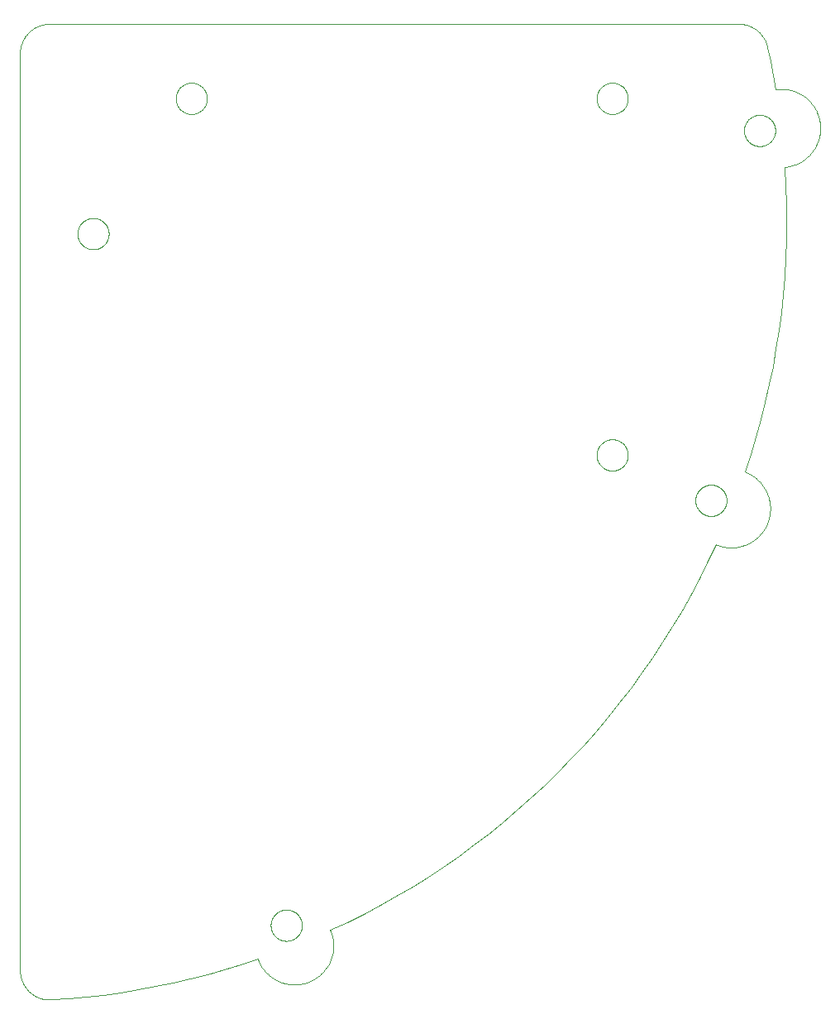
<source format=gbr>
G04 EAGLE Gerber RS-274X export*
G75*
%MOMM*%
%FSLAX34Y34*%
%LPD*%
%IN*%
%IPPOS*%
%AMOC8*
5,1,8,0,0,1.08239X$1,22.5*%
G01*
%ADD10C,0.001000*%
%ADD11C,0.000000*%


D10*
X773793Y929524D02*
X771197Y944090D01*
X768332Y958605D01*
X765199Y973065D01*
X765200Y973065D02*
X765029Y973781D01*
X764840Y974491D01*
X764634Y975197D01*
X764411Y975898D01*
X764170Y976593D01*
X763913Y977282D01*
X763639Y977964D01*
X763348Y978640D01*
X763041Y979308D01*
X762718Y979968D01*
X762378Y980620D01*
X762023Y981264D01*
X761652Y981899D01*
X761265Y982524D01*
X760863Y983140D01*
X760446Y983746D01*
X760015Y984342D01*
X759569Y984926D01*
X759109Y985500D01*
X758635Y986062D01*
X758147Y986612D01*
X757646Y987151D01*
X757132Y987676D01*
X756605Y988189D01*
X756066Y988689D01*
X755515Y989176D01*
X754951Y989649D01*
X754377Y990108D01*
X753791Y990553D01*
X753195Y990983D01*
X752588Y991399D01*
X751972Y991799D01*
X751345Y992184D01*
X750710Y992554D01*
X750065Y992908D01*
X749412Y993247D01*
X748751Y993569D01*
X748083Y993875D01*
X747407Y994164D01*
X746724Y994437D01*
X746034Y994693D01*
X745339Y994932D01*
X744638Y995153D01*
X743931Y995358D01*
X743220Y995545D01*
X742505Y995715D01*
X741785Y995867D01*
X741062Y996001D01*
X740336Y996118D01*
X739608Y996217D01*
X738877Y996298D01*
X738144Y996361D01*
X737410Y996406D01*
X736675Y996433D01*
X735940Y996442D01*
X773794Y929524D02*
X774760Y929650D01*
X775729Y929753D01*
X776701Y929832D01*
X777674Y929887D01*
X778648Y929919D01*
X779622Y929927D01*
X780597Y929911D01*
X781570Y929871D01*
X782543Y929808D01*
X783513Y929721D01*
X784482Y929611D01*
X785447Y929476D01*
X786408Y929319D01*
X787366Y929138D01*
X788319Y928934D01*
X789267Y928706D01*
X790208Y928456D01*
X791144Y928183D01*
X792072Y927887D01*
X792993Y927568D01*
X793906Y927227D01*
X794811Y926864D01*
X795706Y926479D01*
X796591Y926073D01*
X797467Y925645D01*
X798332Y925195D01*
X799185Y924725D01*
X800027Y924234D01*
X800857Y923723D01*
X801674Y923192D01*
X802477Y922641D01*
X803268Y922070D01*
X804044Y921481D01*
X804805Y920873D01*
X805551Y920246D01*
X806282Y919601D01*
X806997Y918939D01*
X807696Y918260D01*
X808377Y917564D01*
X809042Y916851D01*
X809689Y916122D01*
X810318Y915378D01*
X810929Y914619D01*
X811521Y913845D01*
X812095Y913057D01*
X812648Y912255D01*
X813182Y911440D01*
X813697Y910612D01*
X814190Y909772D01*
X814663Y908920D01*
X815116Y908056D01*
X815547Y907182D01*
X815956Y906298D01*
X816344Y905404D01*
X816710Y904501D01*
X817054Y903589D01*
X817376Y902669D01*
X817675Y901742D01*
X817952Y900808D01*
X818205Y899867D01*
X818436Y898920D01*
X818644Y897968D01*
X818828Y897011D01*
X818989Y896050D01*
X819126Y895085D01*
X819240Y894117D01*
X819330Y893147D01*
X819397Y892174D01*
X819440Y891201D01*
X819459Y890227D01*
X819454Y889252D01*
X819426Y888278D01*
X819374Y887305D01*
X819298Y886333D01*
X819199Y885364D01*
X819076Y884397D01*
X818929Y883434D01*
X818760Y882474D01*
X818566Y881519D01*
X818350Y880569D01*
X818110Y879624D01*
X817848Y878686D01*
X817563Y877754D01*
X817255Y876829D01*
X816925Y875912D01*
X816572Y875004D01*
X816197Y874104D01*
X815801Y873214D01*
X815383Y872334D01*
X814944Y871464D01*
X814484Y870605D01*
X814002Y869757D01*
X813501Y868922D01*
X812979Y868099D01*
X812437Y867289D01*
X811876Y866492D01*
X811296Y865709D01*
X810696Y864941D01*
X810078Y864187D01*
X809442Y863449D01*
X808788Y862727D01*
X808117Y862020D01*
X807429Y861330D01*
X806724Y860658D01*
X806002Y860002D01*
X805266Y859364D01*
X804513Y858745D01*
X803746Y858144D01*
X802965Y857562D01*
X802169Y856999D01*
X801361Y856455D01*
X800539Y855932D01*
X799704Y855428D01*
X798858Y854945D01*
X798000Y854483D01*
X797131Y854042D01*
X796251Y853622D01*
X795362Y853224D01*
X794463Y852847D01*
X793555Y852493D01*
X792639Y852161D01*
X791715Y851851D01*
X790784Y851563D01*
X789846Y851299D01*
X788902Y851057D01*
X787952Y850839D01*
X786998Y850644D01*
X786038Y850472D01*
X785075Y850323D01*
X784109Y850198D01*
X783140Y850097D01*
X783139Y850097D02*
X784172Y831489D01*
X784771Y812862D01*
X784937Y794226D01*
X784668Y775592D01*
X783966Y756968D01*
X782829Y738366D01*
X781260Y719796D01*
X779258Y701267D01*
X776826Y682790D01*
X773963Y664374D01*
X770673Y646030D01*
X766956Y627768D01*
X762815Y609597D01*
X758251Y591528D01*
X753268Y573570D01*
X747868Y555733D01*
X742054Y538026D01*
X742964Y537677D01*
X743865Y537306D01*
X744757Y536913D01*
X745639Y536499D01*
X746511Y536063D01*
X747372Y535606D01*
X748221Y535129D01*
X749059Y534630D01*
X749884Y534112D01*
X750696Y533574D01*
X751495Y533015D01*
X752280Y532438D01*
X753051Y531842D01*
X753807Y531227D01*
X754548Y530594D01*
X755273Y529943D01*
X755982Y529274D01*
X756674Y528589D01*
X757350Y527887D01*
X758008Y527168D01*
X758649Y526434D01*
X759272Y525684D01*
X759876Y524919D01*
X760461Y524140D01*
X761027Y523347D01*
X761574Y522540D01*
X762101Y521721D01*
X762608Y520888D01*
X763094Y520044D01*
X763560Y519188D01*
X764004Y518321D01*
X764428Y517443D01*
X764830Y516555D01*
X765210Y515658D01*
X765568Y514751D01*
X765904Y513837D01*
X766218Y512914D01*
X766509Y511984D01*
X766777Y511047D01*
X767022Y510104D01*
X767244Y509155D01*
X767444Y508201D01*
X767619Y507243D01*
X767772Y506280D01*
X767901Y505314D01*
X768006Y504345D01*
X768088Y503374D01*
X768146Y502402D01*
X768180Y501428D01*
X768191Y500453D01*
X768178Y499479D01*
X768141Y498505D01*
X768080Y497532D01*
X767996Y496562D01*
X767888Y495593D01*
X767757Y494627D01*
X767602Y493665D01*
X767424Y492707D01*
X767222Y491754D01*
X766997Y490806D01*
X766749Y489863D01*
X766479Y488927D01*
X766185Y487998D01*
X765869Y487076D01*
X765531Y486162D01*
X765171Y485257D01*
X764788Y484360D01*
X764384Y483473D01*
X763958Y482597D01*
X763511Y481731D01*
X763044Y480876D01*
X762555Y480033D01*
X762046Y479202D01*
X761517Y478383D01*
X760968Y477578D01*
X760400Y476786D01*
X759813Y476009D01*
X759207Y475246D01*
X758582Y474498D01*
X757939Y473765D01*
X757279Y473048D01*
X756602Y472348D01*
X755907Y471664D01*
X755196Y470997D01*
X754470Y470348D01*
X753727Y469717D01*
X752970Y469104D01*
X752197Y468510D01*
X751411Y467934D01*
X750610Y467378D01*
X749797Y466842D01*
X748970Y466326D01*
X748131Y465830D01*
X747281Y465354D01*
X746419Y464900D01*
X745546Y464466D01*
X744663Y464054D01*
X743770Y463664D01*
X742868Y463295D01*
X741957Y462948D01*
X741038Y462624D01*
X740111Y462323D01*
X739178Y462043D01*
X738238Y461787D01*
X737291Y461554D01*
X736340Y461344D01*
X735383Y461157D01*
X734423Y460993D01*
X733458Y460853D01*
X732491Y460737D01*
X731521Y460644D01*
X730549Y460575D01*
X729575Y460529D01*
X728601Y460507D01*
X727626Y460509D01*
X726652Y460535D01*
X725679Y460584D01*
X724707Y460657D01*
X723738Y460754D01*
X722771Y460874D01*
X721807Y461018D01*
X720847Y461185D01*
X719891Y461376D01*
X718940Y461589D01*
X717995Y461826D01*
X717056Y462086D01*
X716123Y462369D01*
X715198Y462674D01*
X714280Y463002D01*
X713370Y463352D01*
X712470Y463724D01*
X712469Y463724D02*
X704358Y446530D01*
X695840Y429534D01*
X686921Y412745D01*
X677605Y396173D01*
X667898Y379826D01*
X657805Y363715D01*
X647333Y347849D01*
X636486Y332235D01*
X625271Y316884D01*
X613695Y301804D01*
X601764Y287003D01*
X589484Y272489D01*
X576863Y258272D01*
X563908Y244358D01*
X550625Y230757D01*
X537024Y217474D01*
X523110Y204519D01*
X508893Y191898D01*
X494379Y179618D01*
X479578Y167687D01*
X464498Y156111D01*
X449147Y144896D01*
X433533Y134049D01*
X417667Y123577D01*
X401556Y113484D01*
X385209Y103777D01*
X368637Y94461D01*
X351848Y85542D01*
X334852Y77024D01*
X317658Y68913D01*
X317658Y68912D02*
X318030Y68012D01*
X318380Y67102D01*
X318708Y66184D01*
X319013Y65259D01*
X319296Y64326D01*
X319556Y63387D01*
X319793Y62442D01*
X320006Y61491D01*
X320197Y60535D01*
X320364Y59575D01*
X320508Y58611D01*
X320628Y57644D01*
X320725Y56675D01*
X320798Y55703D01*
X320847Y54730D01*
X320873Y53755D01*
X320875Y52781D01*
X320853Y51807D01*
X320807Y50833D01*
X320738Y49861D01*
X320645Y48891D01*
X320529Y47924D01*
X320389Y46959D01*
X320225Y45999D01*
X320038Y45042D01*
X319828Y44091D01*
X319595Y43144D01*
X319339Y42204D01*
X319059Y41270D01*
X318758Y40344D01*
X318434Y39425D01*
X318087Y38514D01*
X317718Y37612D01*
X317328Y36719D01*
X316916Y35836D01*
X316482Y34963D01*
X316028Y34101D01*
X315552Y33251D01*
X315056Y32412D01*
X314540Y31585D01*
X314004Y30772D01*
X313448Y29971D01*
X312872Y29185D01*
X312278Y28412D01*
X311665Y27655D01*
X311034Y26912D01*
X310385Y26185D01*
X309718Y25475D01*
X309034Y24780D01*
X308334Y24103D01*
X307617Y23443D01*
X306884Y22800D01*
X306136Y22175D01*
X305373Y21569D01*
X304596Y20982D01*
X303804Y20414D01*
X302999Y19865D01*
X302180Y19336D01*
X301349Y18827D01*
X300506Y18338D01*
X299651Y17871D01*
X298785Y17424D01*
X297908Y16998D01*
X297022Y16594D01*
X296125Y16211D01*
X295220Y15851D01*
X294306Y15513D01*
X293384Y15197D01*
X292455Y14903D01*
X291519Y14633D01*
X290576Y14385D01*
X289628Y14160D01*
X288675Y13958D01*
X287717Y13780D01*
X286755Y13625D01*
X285789Y13494D01*
X284820Y13386D01*
X283850Y13302D01*
X282877Y13241D01*
X281903Y13204D01*
X280929Y13191D01*
X279954Y13202D01*
X278980Y13236D01*
X278008Y13294D01*
X277036Y13376D01*
X276068Y13481D01*
X275102Y13610D01*
X274139Y13763D01*
X273181Y13938D01*
X272227Y14138D01*
X271278Y14360D01*
X270335Y14605D01*
X269398Y14873D01*
X268468Y15164D01*
X267545Y15478D01*
X266630Y15814D01*
X265724Y16172D01*
X264827Y16552D01*
X263939Y16954D01*
X263061Y17378D01*
X262194Y17822D01*
X261338Y18288D01*
X260494Y18774D01*
X259661Y19281D01*
X258841Y19808D01*
X258035Y20355D01*
X257242Y20921D01*
X256462Y21506D01*
X255698Y22110D01*
X254948Y22733D01*
X254214Y23374D01*
X253495Y24032D01*
X252793Y24708D01*
X252108Y25400D01*
X251439Y26109D01*
X250788Y26835D01*
X250155Y27575D01*
X249540Y28331D01*
X248944Y29102D01*
X248366Y29887D01*
X247808Y30686D01*
X247270Y31498D01*
X246752Y32323D01*
X246253Y33161D01*
X245776Y34010D01*
X245319Y34871D01*
X244883Y35743D01*
X244469Y36625D01*
X244076Y37517D01*
X243705Y38418D01*
X243356Y39328D01*
X226229Y33697D01*
X208979Y28453D01*
X191615Y23600D01*
X174147Y19138D01*
X156582Y15072D01*
X138930Y11403D01*
X121200Y8132D01*
X103401Y5261D01*
X85542Y2793D01*
X67631Y727D01*
X49679Y-934D01*
X31693Y-2191D01*
X30964Y-2225D01*
X30235Y-2241D01*
X29506Y-2239D01*
X28776Y-2219D01*
X28048Y-2182D01*
X27320Y-2127D01*
X26595Y-2055D01*
X25871Y-1965D01*
X25149Y-1857D01*
X24430Y-1732D01*
X23715Y-1589D01*
X23003Y-1429D01*
X22296Y-1252D01*
X21593Y-1057D01*
X20894Y-846D01*
X20202Y-617D01*
X19514Y-372D01*
X18834Y-110D01*
X18159Y168D01*
X17492Y463D01*
X16832Y773D01*
X16180Y1100D01*
X15535Y1442D01*
X14900Y1800D01*
X14273Y2174D01*
X13656Y2562D01*
X13048Y2966D01*
X12450Y3384D01*
X11863Y3816D01*
X11286Y4263D01*
X10720Y4723D01*
X10166Y5198D01*
X9623Y5685D01*
X9092Y6186D01*
X8574Y6699D01*
X8068Y7225D01*
X7575Y7763D01*
X7096Y8312D01*
X6630Y8873D01*
X6177Y9446D01*
X5739Y10029D01*
X5315Y10623D01*
X4906Y11227D01*
X4511Y11840D01*
X4132Y12463D01*
X3767Y13095D01*
X3419Y13736D01*
X3086Y14385D01*
X2768Y15042D01*
X2467Y15706D01*
X2182Y16378D01*
X1914Y17056D01*
X1662Y17741D01*
X1427Y18431D01*
X1208Y19127D01*
X1007Y19829D01*
X823Y20534D01*
X656Y21245D01*
X506Y21959D01*
X374Y22676D01*
X259Y23396D01*
X161Y24119D01*
X82Y24845D01*
X20Y25571D01*
X-25Y26300D01*
X-51Y27029D01*
X-60Y27758D01*
X-60Y966442D01*
X-59Y966442D02*
X-50Y967167D01*
X-24Y967891D01*
X20Y968615D01*
X81Y969337D01*
X160Y970058D01*
X256Y970777D01*
X369Y971493D01*
X500Y972206D01*
X648Y972916D01*
X813Y973621D01*
X995Y974323D01*
X1194Y975020D01*
X1409Y975713D01*
X1642Y976399D01*
X1891Y977080D01*
X2156Y977755D01*
X2437Y978423D01*
X2735Y979084D01*
X3048Y979738D01*
X3377Y980384D01*
X3722Y981022D01*
X4082Y981651D01*
X4457Y982271D01*
X4847Y982882D01*
X5251Y983484D01*
X5670Y984076D01*
X6104Y984657D01*
X6551Y985228D01*
X7012Y985787D01*
X7486Y986336D01*
X7973Y986872D01*
X8473Y987397D01*
X8986Y987910D01*
X9511Y988410D01*
X10047Y988897D01*
X10596Y989371D01*
X11155Y989832D01*
X11726Y990279D01*
X12307Y990713D01*
X12899Y991132D01*
X13501Y991536D01*
X14112Y991926D01*
X14732Y992301D01*
X15361Y992661D01*
X15999Y993006D01*
X16645Y993335D01*
X17299Y993648D01*
X17960Y993946D01*
X18628Y994227D01*
X19303Y994492D01*
X19984Y994741D01*
X20670Y994974D01*
X21363Y995189D01*
X22060Y995388D01*
X22762Y995570D01*
X23467Y995735D01*
X24177Y995883D01*
X24890Y996014D01*
X25606Y996127D01*
X26325Y996223D01*
X27046Y996302D01*
X27768Y996363D01*
X28492Y996407D01*
X29216Y996433D01*
X29941Y996442D01*
X735940Y996442D01*
D11*
X58830Y781711D02*
X58835Y782104D01*
X58849Y782496D01*
X58873Y782888D01*
X58907Y783279D01*
X58950Y783670D01*
X59003Y784059D01*
X59066Y784446D01*
X59137Y784832D01*
X59219Y785217D01*
X59309Y785599D01*
X59410Y785978D01*
X59519Y786356D01*
X59638Y786730D01*
X59765Y787101D01*
X59902Y787469D01*
X60048Y787834D01*
X60203Y788195D01*
X60366Y788552D01*
X60538Y788905D01*
X60719Y789253D01*
X60909Y789597D01*
X61106Y789937D01*
X61312Y790271D01*
X61526Y790600D01*
X61749Y790924D01*
X61979Y791242D01*
X62216Y791555D01*
X62462Y791861D01*
X62715Y792162D01*
X62975Y792456D01*
X63242Y792744D01*
X63516Y793025D01*
X63797Y793299D01*
X64085Y793566D01*
X64379Y793826D01*
X64680Y794079D01*
X64986Y794325D01*
X65299Y794562D01*
X65617Y794792D01*
X65941Y795015D01*
X66270Y795229D01*
X66604Y795435D01*
X66944Y795632D01*
X67288Y795822D01*
X67636Y796003D01*
X67989Y796175D01*
X68346Y796338D01*
X68707Y796493D01*
X69072Y796639D01*
X69440Y796776D01*
X69811Y796903D01*
X70185Y797022D01*
X70563Y797131D01*
X70942Y797232D01*
X71324Y797322D01*
X71709Y797404D01*
X72095Y797475D01*
X72482Y797538D01*
X72871Y797591D01*
X73262Y797634D01*
X73653Y797668D01*
X74045Y797692D01*
X74437Y797706D01*
X74830Y797711D01*
X75223Y797706D01*
X75615Y797692D01*
X76007Y797668D01*
X76398Y797634D01*
X76789Y797591D01*
X77178Y797538D01*
X77565Y797475D01*
X77951Y797404D01*
X78336Y797322D01*
X78718Y797232D01*
X79097Y797131D01*
X79475Y797022D01*
X79849Y796903D01*
X80220Y796776D01*
X80588Y796639D01*
X80953Y796493D01*
X81314Y796338D01*
X81671Y796175D01*
X82024Y796003D01*
X82372Y795822D01*
X82716Y795632D01*
X83056Y795435D01*
X83390Y795229D01*
X83719Y795015D01*
X84043Y794792D01*
X84361Y794562D01*
X84674Y794325D01*
X84980Y794079D01*
X85281Y793826D01*
X85575Y793566D01*
X85863Y793299D01*
X86144Y793025D01*
X86418Y792744D01*
X86685Y792456D01*
X86945Y792162D01*
X87198Y791861D01*
X87444Y791555D01*
X87681Y791242D01*
X87911Y790924D01*
X88134Y790600D01*
X88348Y790271D01*
X88554Y789937D01*
X88751Y789597D01*
X88941Y789253D01*
X89122Y788905D01*
X89294Y788552D01*
X89457Y788195D01*
X89612Y787834D01*
X89758Y787469D01*
X89895Y787101D01*
X90022Y786730D01*
X90141Y786356D01*
X90250Y785978D01*
X90351Y785599D01*
X90441Y785217D01*
X90523Y784832D01*
X90594Y784446D01*
X90657Y784059D01*
X90710Y783670D01*
X90753Y783279D01*
X90787Y782888D01*
X90811Y782496D01*
X90825Y782104D01*
X90830Y781711D01*
X90825Y781318D01*
X90811Y780926D01*
X90787Y780534D01*
X90753Y780143D01*
X90710Y779752D01*
X90657Y779363D01*
X90594Y778976D01*
X90523Y778590D01*
X90441Y778205D01*
X90351Y777823D01*
X90250Y777444D01*
X90141Y777066D01*
X90022Y776692D01*
X89895Y776321D01*
X89758Y775953D01*
X89612Y775588D01*
X89457Y775227D01*
X89294Y774870D01*
X89122Y774517D01*
X88941Y774169D01*
X88751Y773825D01*
X88554Y773485D01*
X88348Y773151D01*
X88134Y772822D01*
X87911Y772498D01*
X87681Y772180D01*
X87444Y771867D01*
X87198Y771561D01*
X86945Y771260D01*
X86685Y770966D01*
X86418Y770678D01*
X86144Y770397D01*
X85863Y770123D01*
X85575Y769856D01*
X85281Y769596D01*
X84980Y769343D01*
X84674Y769097D01*
X84361Y768860D01*
X84043Y768630D01*
X83719Y768407D01*
X83390Y768193D01*
X83056Y767987D01*
X82716Y767790D01*
X82372Y767600D01*
X82024Y767419D01*
X81671Y767247D01*
X81314Y767084D01*
X80953Y766929D01*
X80588Y766783D01*
X80220Y766646D01*
X79849Y766519D01*
X79475Y766400D01*
X79097Y766291D01*
X78718Y766190D01*
X78336Y766100D01*
X77951Y766018D01*
X77565Y765947D01*
X77178Y765884D01*
X76789Y765831D01*
X76398Y765788D01*
X76007Y765754D01*
X75615Y765730D01*
X75223Y765716D01*
X74830Y765711D01*
X74437Y765716D01*
X74045Y765730D01*
X73653Y765754D01*
X73262Y765788D01*
X72871Y765831D01*
X72482Y765884D01*
X72095Y765947D01*
X71709Y766018D01*
X71324Y766100D01*
X70942Y766190D01*
X70563Y766291D01*
X70185Y766400D01*
X69811Y766519D01*
X69440Y766646D01*
X69072Y766783D01*
X68707Y766929D01*
X68346Y767084D01*
X67989Y767247D01*
X67636Y767419D01*
X67288Y767600D01*
X66944Y767790D01*
X66604Y767987D01*
X66270Y768193D01*
X65941Y768407D01*
X65617Y768630D01*
X65299Y768860D01*
X64986Y769097D01*
X64680Y769343D01*
X64379Y769596D01*
X64085Y769856D01*
X63797Y770123D01*
X63516Y770397D01*
X63242Y770678D01*
X62975Y770966D01*
X62715Y771260D01*
X62462Y771561D01*
X62216Y771867D01*
X61979Y772180D01*
X61749Y772498D01*
X61526Y772822D01*
X61312Y773151D01*
X61106Y773485D01*
X60909Y773825D01*
X60719Y774169D01*
X60538Y774517D01*
X60366Y774870D01*
X60203Y775227D01*
X60048Y775588D01*
X59902Y775953D01*
X59765Y776321D01*
X59638Y776692D01*
X59519Y777066D01*
X59410Y777444D01*
X59309Y777823D01*
X59219Y778205D01*
X59137Y778590D01*
X59066Y778976D01*
X59003Y779363D01*
X58950Y779752D01*
X58907Y780143D01*
X58873Y780534D01*
X58849Y780926D01*
X58835Y781318D01*
X58830Y781711D01*
X590440Y920192D02*
X590445Y920585D01*
X590459Y920977D01*
X590483Y921369D01*
X590517Y921760D01*
X590560Y922151D01*
X590613Y922540D01*
X590676Y922927D01*
X590747Y923313D01*
X590829Y923698D01*
X590919Y924080D01*
X591020Y924459D01*
X591129Y924837D01*
X591248Y925211D01*
X591375Y925582D01*
X591512Y925950D01*
X591658Y926315D01*
X591813Y926676D01*
X591976Y927033D01*
X592148Y927386D01*
X592329Y927734D01*
X592519Y928078D01*
X592716Y928418D01*
X592922Y928752D01*
X593136Y929081D01*
X593359Y929405D01*
X593589Y929723D01*
X593826Y930036D01*
X594072Y930342D01*
X594325Y930643D01*
X594585Y930937D01*
X594852Y931225D01*
X595126Y931506D01*
X595407Y931780D01*
X595695Y932047D01*
X595989Y932307D01*
X596290Y932560D01*
X596596Y932806D01*
X596909Y933043D01*
X597227Y933273D01*
X597551Y933496D01*
X597880Y933710D01*
X598214Y933916D01*
X598554Y934113D01*
X598898Y934303D01*
X599246Y934484D01*
X599599Y934656D01*
X599956Y934819D01*
X600317Y934974D01*
X600682Y935120D01*
X601050Y935257D01*
X601421Y935384D01*
X601795Y935503D01*
X602173Y935612D01*
X602552Y935713D01*
X602934Y935803D01*
X603319Y935885D01*
X603705Y935956D01*
X604092Y936019D01*
X604481Y936072D01*
X604872Y936115D01*
X605263Y936149D01*
X605655Y936173D01*
X606047Y936187D01*
X606440Y936192D01*
X606833Y936187D01*
X607225Y936173D01*
X607617Y936149D01*
X608008Y936115D01*
X608399Y936072D01*
X608788Y936019D01*
X609175Y935956D01*
X609561Y935885D01*
X609946Y935803D01*
X610328Y935713D01*
X610707Y935612D01*
X611085Y935503D01*
X611459Y935384D01*
X611830Y935257D01*
X612198Y935120D01*
X612563Y934974D01*
X612924Y934819D01*
X613281Y934656D01*
X613634Y934484D01*
X613982Y934303D01*
X614326Y934113D01*
X614666Y933916D01*
X615000Y933710D01*
X615329Y933496D01*
X615653Y933273D01*
X615971Y933043D01*
X616284Y932806D01*
X616590Y932560D01*
X616891Y932307D01*
X617185Y932047D01*
X617473Y931780D01*
X617754Y931506D01*
X618028Y931225D01*
X618295Y930937D01*
X618555Y930643D01*
X618808Y930342D01*
X619054Y930036D01*
X619291Y929723D01*
X619521Y929405D01*
X619744Y929081D01*
X619958Y928752D01*
X620164Y928418D01*
X620361Y928078D01*
X620551Y927734D01*
X620732Y927386D01*
X620904Y927033D01*
X621067Y926676D01*
X621222Y926315D01*
X621368Y925950D01*
X621505Y925582D01*
X621632Y925211D01*
X621751Y924837D01*
X621860Y924459D01*
X621961Y924080D01*
X622051Y923698D01*
X622133Y923313D01*
X622204Y922927D01*
X622267Y922540D01*
X622320Y922151D01*
X622363Y921760D01*
X622397Y921369D01*
X622421Y920977D01*
X622435Y920585D01*
X622440Y920192D01*
X622435Y919799D01*
X622421Y919407D01*
X622397Y919015D01*
X622363Y918624D01*
X622320Y918233D01*
X622267Y917844D01*
X622204Y917457D01*
X622133Y917071D01*
X622051Y916686D01*
X621961Y916304D01*
X621860Y915925D01*
X621751Y915547D01*
X621632Y915173D01*
X621505Y914802D01*
X621368Y914434D01*
X621222Y914069D01*
X621067Y913708D01*
X620904Y913351D01*
X620732Y912998D01*
X620551Y912650D01*
X620361Y912306D01*
X620164Y911966D01*
X619958Y911632D01*
X619744Y911303D01*
X619521Y910979D01*
X619291Y910661D01*
X619054Y910348D01*
X618808Y910042D01*
X618555Y909741D01*
X618295Y909447D01*
X618028Y909159D01*
X617754Y908878D01*
X617473Y908604D01*
X617185Y908337D01*
X616891Y908077D01*
X616590Y907824D01*
X616284Y907578D01*
X615971Y907341D01*
X615653Y907111D01*
X615329Y906888D01*
X615000Y906674D01*
X614666Y906468D01*
X614326Y906271D01*
X613982Y906081D01*
X613634Y905900D01*
X613281Y905728D01*
X612924Y905565D01*
X612563Y905410D01*
X612198Y905264D01*
X611830Y905127D01*
X611459Y905000D01*
X611085Y904881D01*
X610707Y904772D01*
X610328Y904671D01*
X609946Y904581D01*
X609561Y904499D01*
X609175Y904428D01*
X608788Y904365D01*
X608399Y904312D01*
X608008Y904269D01*
X607617Y904235D01*
X607225Y904211D01*
X606833Y904197D01*
X606440Y904192D01*
X606047Y904197D01*
X605655Y904211D01*
X605263Y904235D01*
X604872Y904269D01*
X604481Y904312D01*
X604092Y904365D01*
X603705Y904428D01*
X603319Y904499D01*
X602934Y904581D01*
X602552Y904671D01*
X602173Y904772D01*
X601795Y904881D01*
X601421Y905000D01*
X601050Y905127D01*
X600682Y905264D01*
X600317Y905410D01*
X599956Y905565D01*
X599599Y905728D01*
X599246Y905900D01*
X598898Y906081D01*
X598554Y906271D01*
X598214Y906468D01*
X597880Y906674D01*
X597551Y906888D01*
X597227Y907111D01*
X596909Y907341D01*
X596596Y907578D01*
X596290Y907824D01*
X595989Y908077D01*
X595695Y908337D01*
X595407Y908604D01*
X595126Y908878D01*
X594852Y909159D01*
X594585Y909447D01*
X594325Y909741D01*
X594072Y910042D01*
X593826Y910348D01*
X593589Y910661D01*
X593359Y910979D01*
X593136Y911303D01*
X592922Y911632D01*
X592716Y911966D01*
X592519Y912306D01*
X592329Y912650D01*
X592148Y912998D01*
X591976Y913351D01*
X591813Y913708D01*
X591658Y914069D01*
X591512Y914434D01*
X591375Y914802D01*
X591248Y915173D01*
X591129Y915547D01*
X591020Y915925D01*
X590919Y916304D01*
X590829Y916686D01*
X590747Y917071D01*
X590676Y917457D01*
X590613Y917844D01*
X590560Y918233D01*
X590517Y918624D01*
X590483Y919015D01*
X590459Y919407D01*
X590445Y919799D01*
X590440Y920192D01*
X691535Y508730D02*
X691540Y509123D01*
X691554Y509515D01*
X691578Y509907D01*
X691612Y510298D01*
X691655Y510689D01*
X691708Y511078D01*
X691771Y511465D01*
X691842Y511851D01*
X691924Y512236D01*
X692014Y512618D01*
X692115Y512997D01*
X692224Y513375D01*
X692343Y513749D01*
X692470Y514120D01*
X692607Y514488D01*
X692753Y514853D01*
X692908Y515214D01*
X693071Y515571D01*
X693243Y515924D01*
X693424Y516272D01*
X693614Y516616D01*
X693811Y516956D01*
X694017Y517290D01*
X694231Y517619D01*
X694454Y517943D01*
X694684Y518261D01*
X694921Y518574D01*
X695167Y518880D01*
X695420Y519181D01*
X695680Y519475D01*
X695947Y519763D01*
X696221Y520044D01*
X696502Y520318D01*
X696790Y520585D01*
X697084Y520845D01*
X697385Y521098D01*
X697691Y521344D01*
X698004Y521581D01*
X698322Y521811D01*
X698646Y522034D01*
X698975Y522248D01*
X699309Y522454D01*
X699649Y522651D01*
X699993Y522841D01*
X700341Y523022D01*
X700694Y523194D01*
X701051Y523357D01*
X701412Y523512D01*
X701777Y523658D01*
X702145Y523795D01*
X702516Y523922D01*
X702890Y524041D01*
X703268Y524150D01*
X703647Y524251D01*
X704029Y524341D01*
X704414Y524423D01*
X704800Y524494D01*
X705187Y524557D01*
X705576Y524610D01*
X705967Y524653D01*
X706358Y524687D01*
X706750Y524711D01*
X707142Y524725D01*
X707535Y524730D01*
X707928Y524725D01*
X708320Y524711D01*
X708712Y524687D01*
X709103Y524653D01*
X709494Y524610D01*
X709883Y524557D01*
X710270Y524494D01*
X710656Y524423D01*
X711041Y524341D01*
X711423Y524251D01*
X711802Y524150D01*
X712180Y524041D01*
X712554Y523922D01*
X712925Y523795D01*
X713293Y523658D01*
X713658Y523512D01*
X714019Y523357D01*
X714376Y523194D01*
X714729Y523022D01*
X715077Y522841D01*
X715421Y522651D01*
X715761Y522454D01*
X716095Y522248D01*
X716424Y522034D01*
X716748Y521811D01*
X717066Y521581D01*
X717379Y521344D01*
X717685Y521098D01*
X717986Y520845D01*
X718280Y520585D01*
X718568Y520318D01*
X718849Y520044D01*
X719123Y519763D01*
X719390Y519475D01*
X719650Y519181D01*
X719903Y518880D01*
X720149Y518574D01*
X720386Y518261D01*
X720616Y517943D01*
X720839Y517619D01*
X721053Y517290D01*
X721259Y516956D01*
X721456Y516616D01*
X721646Y516272D01*
X721827Y515924D01*
X721999Y515571D01*
X722162Y515214D01*
X722317Y514853D01*
X722463Y514488D01*
X722600Y514120D01*
X722727Y513749D01*
X722846Y513375D01*
X722955Y512997D01*
X723056Y512618D01*
X723146Y512236D01*
X723228Y511851D01*
X723299Y511465D01*
X723362Y511078D01*
X723415Y510689D01*
X723458Y510298D01*
X723492Y509907D01*
X723516Y509515D01*
X723530Y509123D01*
X723535Y508730D01*
X723530Y508337D01*
X723516Y507945D01*
X723492Y507553D01*
X723458Y507162D01*
X723415Y506771D01*
X723362Y506382D01*
X723299Y505995D01*
X723228Y505609D01*
X723146Y505224D01*
X723056Y504842D01*
X722955Y504463D01*
X722846Y504085D01*
X722727Y503711D01*
X722600Y503340D01*
X722463Y502972D01*
X722317Y502607D01*
X722162Y502246D01*
X721999Y501889D01*
X721827Y501536D01*
X721646Y501188D01*
X721456Y500844D01*
X721259Y500504D01*
X721053Y500170D01*
X720839Y499841D01*
X720616Y499517D01*
X720386Y499199D01*
X720149Y498886D01*
X719903Y498580D01*
X719650Y498279D01*
X719390Y497985D01*
X719123Y497697D01*
X718849Y497416D01*
X718568Y497142D01*
X718280Y496875D01*
X717986Y496615D01*
X717685Y496362D01*
X717379Y496116D01*
X717066Y495879D01*
X716748Y495649D01*
X716424Y495426D01*
X716095Y495212D01*
X715761Y495006D01*
X715421Y494809D01*
X715077Y494619D01*
X714729Y494438D01*
X714376Y494266D01*
X714019Y494103D01*
X713658Y493948D01*
X713293Y493802D01*
X712925Y493665D01*
X712554Y493538D01*
X712180Y493419D01*
X711802Y493310D01*
X711423Y493209D01*
X711041Y493119D01*
X710656Y493037D01*
X710270Y492966D01*
X709883Y492903D01*
X709494Y492850D01*
X709103Y492807D01*
X708712Y492773D01*
X708320Y492749D01*
X707928Y492735D01*
X707535Y492730D01*
X707142Y492735D01*
X706750Y492749D01*
X706358Y492773D01*
X705967Y492807D01*
X705576Y492850D01*
X705187Y492903D01*
X704800Y492966D01*
X704414Y493037D01*
X704029Y493119D01*
X703647Y493209D01*
X703268Y493310D01*
X702890Y493419D01*
X702516Y493538D01*
X702145Y493665D01*
X701777Y493802D01*
X701412Y493948D01*
X701051Y494103D01*
X700694Y494266D01*
X700341Y494438D01*
X699993Y494619D01*
X699649Y494809D01*
X699309Y495006D01*
X698975Y495212D01*
X698646Y495426D01*
X698322Y495649D01*
X698004Y495879D01*
X697691Y496116D01*
X697385Y496362D01*
X697084Y496615D01*
X696790Y496875D01*
X696502Y497142D01*
X696221Y497416D01*
X695947Y497697D01*
X695680Y497985D01*
X695420Y498279D01*
X695167Y498580D01*
X694921Y498886D01*
X694684Y499199D01*
X694454Y499517D01*
X694231Y499841D01*
X694017Y500170D01*
X693811Y500504D01*
X693614Y500844D01*
X693424Y501188D01*
X693243Y501536D01*
X693071Y501889D01*
X692908Y502246D01*
X692753Y502607D01*
X692607Y502972D01*
X692470Y503340D01*
X692343Y503711D01*
X692224Y504085D01*
X692115Y504463D01*
X692014Y504842D01*
X691924Y505224D01*
X691842Y505609D01*
X691771Y505995D01*
X691708Y506382D01*
X691655Y506771D01*
X691612Y507162D01*
X691578Y507553D01*
X691554Y507945D01*
X691540Y508337D01*
X691535Y508730D01*
X256652Y73848D02*
X256657Y74241D01*
X256671Y74633D01*
X256695Y75025D01*
X256729Y75416D01*
X256772Y75807D01*
X256825Y76196D01*
X256888Y76583D01*
X256959Y76969D01*
X257041Y77354D01*
X257131Y77736D01*
X257232Y78115D01*
X257341Y78493D01*
X257460Y78867D01*
X257587Y79238D01*
X257724Y79606D01*
X257870Y79971D01*
X258025Y80332D01*
X258188Y80689D01*
X258360Y81042D01*
X258541Y81390D01*
X258731Y81734D01*
X258928Y82074D01*
X259134Y82408D01*
X259348Y82737D01*
X259571Y83061D01*
X259801Y83379D01*
X260038Y83692D01*
X260284Y83998D01*
X260537Y84299D01*
X260797Y84593D01*
X261064Y84881D01*
X261338Y85162D01*
X261619Y85436D01*
X261907Y85703D01*
X262201Y85963D01*
X262502Y86216D01*
X262808Y86462D01*
X263121Y86699D01*
X263439Y86929D01*
X263763Y87152D01*
X264092Y87366D01*
X264426Y87572D01*
X264766Y87769D01*
X265110Y87959D01*
X265458Y88140D01*
X265811Y88312D01*
X266168Y88475D01*
X266529Y88630D01*
X266894Y88776D01*
X267262Y88913D01*
X267633Y89040D01*
X268007Y89159D01*
X268385Y89268D01*
X268764Y89369D01*
X269146Y89459D01*
X269531Y89541D01*
X269917Y89612D01*
X270304Y89675D01*
X270693Y89728D01*
X271084Y89771D01*
X271475Y89805D01*
X271867Y89829D01*
X272259Y89843D01*
X272652Y89848D01*
X273045Y89843D01*
X273437Y89829D01*
X273829Y89805D01*
X274220Y89771D01*
X274611Y89728D01*
X275000Y89675D01*
X275387Y89612D01*
X275773Y89541D01*
X276158Y89459D01*
X276540Y89369D01*
X276919Y89268D01*
X277297Y89159D01*
X277671Y89040D01*
X278042Y88913D01*
X278410Y88776D01*
X278775Y88630D01*
X279136Y88475D01*
X279493Y88312D01*
X279846Y88140D01*
X280194Y87959D01*
X280538Y87769D01*
X280878Y87572D01*
X281212Y87366D01*
X281541Y87152D01*
X281865Y86929D01*
X282183Y86699D01*
X282496Y86462D01*
X282802Y86216D01*
X283103Y85963D01*
X283397Y85703D01*
X283685Y85436D01*
X283966Y85162D01*
X284240Y84881D01*
X284507Y84593D01*
X284767Y84299D01*
X285020Y83998D01*
X285266Y83692D01*
X285503Y83379D01*
X285733Y83061D01*
X285956Y82737D01*
X286170Y82408D01*
X286376Y82074D01*
X286573Y81734D01*
X286763Y81390D01*
X286944Y81042D01*
X287116Y80689D01*
X287279Y80332D01*
X287434Y79971D01*
X287580Y79606D01*
X287717Y79238D01*
X287844Y78867D01*
X287963Y78493D01*
X288072Y78115D01*
X288173Y77736D01*
X288263Y77354D01*
X288345Y76969D01*
X288416Y76583D01*
X288479Y76196D01*
X288532Y75807D01*
X288575Y75416D01*
X288609Y75025D01*
X288633Y74633D01*
X288647Y74241D01*
X288652Y73848D01*
X288647Y73455D01*
X288633Y73063D01*
X288609Y72671D01*
X288575Y72280D01*
X288532Y71889D01*
X288479Y71500D01*
X288416Y71113D01*
X288345Y70727D01*
X288263Y70342D01*
X288173Y69960D01*
X288072Y69581D01*
X287963Y69203D01*
X287844Y68829D01*
X287717Y68458D01*
X287580Y68090D01*
X287434Y67725D01*
X287279Y67364D01*
X287116Y67007D01*
X286944Y66654D01*
X286763Y66306D01*
X286573Y65962D01*
X286376Y65622D01*
X286170Y65288D01*
X285956Y64959D01*
X285733Y64635D01*
X285503Y64317D01*
X285266Y64004D01*
X285020Y63698D01*
X284767Y63397D01*
X284507Y63103D01*
X284240Y62815D01*
X283966Y62534D01*
X283685Y62260D01*
X283397Y61993D01*
X283103Y61733D01*
X282802Y61480D01*
X282496Y61234D01*
X282183Y60997D01*
X281865Y60767D01*
X281541Y60544D01*
X281212Y60330D01*
X280878Y60124D01*
X280538Y59927D01*
X280194Y59737D01*
X279846Y59556D01*
X279493Y59384D01*
X279136Y59221D01*
X278775Y59066D01*
X278410Y58920D01*
X278042Y58783D01*
X277671Y58656D01*
X277297Y58537D01*
X276919Y58428D01*
X276540Y58327D01*
X276158Y58237D01*
X275773Y58155D01*
X275387Y58084D01*
X275000Y58021D01*
X274611Y57968D01*
X274220Y57925D01*
X273829Y57891D01*
X273437Y57867D01*
X273045Y57853D01*
X272652Y57848D01*
X272259Y57853D01*
X271867Y57867D01*
X271475Y57891D01*
X271084Y57925D01*
X270693Y57968D01*
X270304Y58021D01*
X269917Y58084D01*
X269531Y58155D01*
X269146Y58237D01*
X268764Y58327D01*
X268385Y58428D01*
X268007Y58537D01*
X267633Y58656D01*
X267262Y58783D01*
X266894Y58920D01*
X266529Y59066D01*
X266168Y59221D01*
X265811Y59384D01*
X265458Y59556D01*
X265110Y59737D01*
X264766Y59927D01*
X264426Y60124D01*
X264092Y60330D01*
X263763Y60544D01*
X263439Y60767D01*
X263121Y60997D01*
X262808Y61234D01*
X262502Y61480D01*
X262201Y61733D01*
X261907Y61993D01*
X261619Y62260D01*
X261338Y62534D01*
X261064Y62815D01*
X260797Y63103D01*
X260537Y63397D01*
X260284Y63698D01*
X260038Y64004D01*
X259801Y64317D01*
X259571Y64635D01*
X259348Y64959D01*
X259134Y65288D01*
X258928Y65622D01*
X258731Y65962D01*
X258541Y66306D01*
X258360Y66654D01*
X258188Y67007D01*
X258025Y67364D01*
X257870Y67725D01*
X257724Y68090D01*
X257587Y68458D01*
X257460Y68829D01*
X257341Y69203D01*
X257232Y69581D01*
X257131Y69960D01*
X257041Y70342D01*
X256959Y70727D01*
X256888Y71113D01*
X256825Y71500D01*
X256772Y71889D01*
X256729Y72280D01*
X256695Y72671D01*
X256671Y73063D01*
X256657Y73455D01*
X256652Y73848D01*
X159440Y920192D02*
X159445Y920585D01*
X159459Y920977D01*
X159483Y921369D01*
X159517Y921760D01*
X159560Y922151D01*
X159613Y922540D01*
X159676Y922927D01*
X159747Y923313D01*
X159829Y923698D01*
X159919Y924080D01*
X160020Y924459D01*
X160129Y924837D01*
X160248Y925211D01*
X160375Y925582D01*
X160512Y925950D01*
X160658Y926315D01*
X160813Y926676D01*
X160976Y927033D01*
X161148Y927386D01*
X161329Y927734D01*
X161519Y928078D01*
X161716Y928418D01*
X161922Y928752D01*
X162136Y929081D01*
X162359Y929405D01*
X162589Y929723D01*
X162826Y930036D01*
X163072Y930342D01*
X163325Y930643D01*
X163585Y930937D01*
X163852Y931225D01*
X164126Y931506D01*
X164407Y931780D01*
X164695Y932047D01*
X164989Y932307D01*
X165290Y932560D01*
X165596Y932806D01*
X165909Y933043D01*
X166227Y933273D01*
X166551Y933496D01*
X166880Y933710D01*
X167214Y933916D01*
X167554Y934113D01*
X167898Y934303D01*
X168246Y934484D01*
X168599Y934656D01*
X168956Y934819D01*
X169317Y934974D01*
X169682Y935120D01*
X170050Y935257D01*
X170421Y935384D01*
X170795Y935503D01*
X171173Y935612D01*
X171552Y935713D01*
X171934Y935803D01*
X172319Y935885D01*
X172705Y935956D01*
X173092Y936019D01*
X173481Y936072D01*
X173872Y936115D01*
X174263Y936149D01*
X174655Y936173D01*
X175047Y936187D01*
X175440Y936192D01*
X175833Y936187D01*
X176225Y936173D01*
X176617Y936149D01*
X177008Y936115D01*
X177399Y936072D01*
X177788Y936019D01*
X178175Y935956D01*
X178561Y935885D01*
X178946Y935803D01*
X179328Y935713D01*
X179707Y935612D01*
X180085Y935503D01*
X180459Y935384D01*
X180830Y935257D01*
X181198Y935120D01*
X181563Y934974D01*
X181924Y934819D01*
X182281Y934656D01*
X182634Y934484D01*
X182982Y934303D01*
X183326Y934113D01*
X183666Y933916D01*
X184000Y933710D01*
X184329Y933496D01*
X184653Y933273D01*
X184971Y933043D01*
X185284Y932806D01*
X185590Y932560D01*
X185891Y932307D01*
X186185Y932047D01*
X186473Y931780D01*
X186754Y931506D01*
X187028Y931225D01*
X187295Y930937D01*
X187555Y930643D01*
X187808Y930342D01*
X188054Y930036D01*
X188291Y929723D01*
X188521Y929405D01*
X188744Y929081D01*
X188958Y928752D01*
X189164Y928418D01*
X189361Y928078D01*
X189551Y927734D01*
X189732Y927386D01*
X189904Y927033D01*
X190067Y926676D01*
X190222Y926315D01*
X190368Y925950D01*
X190505Y925582D01*
X190632Y925211D01*
X190751Y924837D01*
X190860Y924459D01*
X190961Y924080D01*
X191051Y923698D01*
X191133Y923313D01*
X191204Y922927D01*
X191267Y922540D01*
X191320Y922151D01*
X191363Y921760D01*
X191397Y921369D01*
X191421Y920977D01*
X191435Y920585D01*
X191440Y920192D01*
X191435Y919799D01*
X191421Y919407D01*
X191397Y919015D01*
X191363Y918624D01*
X191320Y918233D01*
X191267Y917844D01*
X191204Y917457D01*
X191133Y917071D01*
X191051Y916686D01*
X190961Y916304D01*
X190860Y915925D01*
X190751Y915547D01*
X190632Y915173D01*
X190505Y914802D01*
X190368Y914434D01*
X190222Y914069D01*
X190067Y913708D01*
X189904Y913351D01*
X189732Y912998D01*
X189551Y912650D01*
X189361Y912306D01*
X189164Y911966D01*
X188958Y911632D01*
X188744Y911303D01*
X188521Y910979D01*
X188291Y910661D01*
X188054Y910348D01*
X187808Y910042D01*
X187555Y909741D01*
X187295Y909447D01*
X187028Y909159D01*
X186754Y908878D01*
X186473Y908604D01*
X186185Y908337D01*
X185891Y908077D01*
X185590Y907824D01*
X185284Y907578D01*
X184971Y907341D01*
X184653Y907111D01*
X184329Y906888D01*
X184000Y906674D01*
X183666Y906468D01*
X183326Y906271D01*
X182982Y906081D01*
X182634Y905900D01*
X182281Y905728D01*
X181924Y905565D01*
X181563Y905410D01*
X181198Y905264D01*
X180830Y905127D01*
X180459Y905000D01*
X180085Y904881D01*
X179707Y904772D01*
X179328Y904671D01*
X178946Y904581D01*
X178561Y904499D01*
X178175Y904428D01*
X177788Y904365D01*
X177399Y904312D01*
X177008Y904269D01*
X176617Y904235D01*
X176225Y904211D01*
X175833Y904197D01*
X175440Y904192D01*
X175047Y904197D01*
X174655Y904211D01*
X174263Y904235D01*
X173872Y904269D01*
X173481Y904312D01*
X173092Y904365D01*
X172705Y904428D01*
X172319Y904499D01*
X171934Y904581D01*
X171552Y904671D01*
X171173Y904772D01*
X170795Y904881D01*
X170421Y905000D01*
X170050Y905127D01*
X169682Y905264D01*
X169317Y905410D01*
X168956Y905565D01*
X168599Y905728D01*
X168246Y905900D01*
X167898Y906081D01*
X167554Y906271D01*
X167214Y906468D01*
X166880Y906674D01*
X166551Y906888D01*
X166227Y907111D01*
X165909Y907341D01*
X165596Y907578D01*
X165290Y907824D01*
X164989Y908077D01*
X164695Y908337D01*
X164407Y908604D01*
X164126Y908878D01*
X163852Y909159D01*
X163585Y909447D01*
X163325Y909741D01*
X163072Y910042D01*
X162826Y910348D01*
X162589Y910661D01*
X162359Y910979D01*
X162136Y911303D01*
X161922Y911632D01*
X161716Y911966D01*
X161519Y912306D01*
X161329Y912650D01*
X161148Y912998D01*
X160976Y913351D01*
X160813Y913708D01*
X160658Y914069D01*
X160512Y914434D01*
X160375Y914802D01*
X160248Y915173D01*
X160129Y915547D01*
X160020Y915925D01*
X159919Y916304D01*
X159829Y916686D01*
X159747Y917071D01*
X159676Y917457D01*
X159613Y917844D01*
X159560Y918233D01*
X159517Y918624D01*
X159483Y919015D01*
X159459Y919407D01*
X159445Y919799D01*
X159440Y920192D01*
X590440Y555192D02*
X590445Y555585D01*
X590459Y555977D01*
X590483Y556369D01*
X590517Y556760D01*
X590560Y557151D01*
X590613Y557540D01*
X590676Y557927D01*
X590747Y558313D01*
X590829Y558698D01*
X590919Y559080D01*
X591020Y559459D01*
X591129Y559837D01*
X591248Y560211D01*
X591375Y560582D01*
X591512Y560950D01*
X591658Y561315D01*
X591813Y561676D01*
X591976Y562033D01*
X592148Y562386D01*
X592329Y562734D01*
X592519Y563078D01*
X592716Y563418D01*
X592922Y563752D01*
X593136Y564081D01*
X593359Y564405D01*
X593589Y564723D01*
X593826Y565036D01*
X594072Y565342D01*
X594325Y565643D01*
X594585Y565937D01*
X594852Y566225D01*
X595126Y566506D01*
X595407Y566780D01*
X595695Y567047D01*
X595989Y567307D01*
X596290Y567560D01*
X596596Y567806D01*
X596909Y568043D01*
X597227Y568273D01*
X597551Y568496D01*
X597880Y568710D01*
X598214Y568916D01*
X598554Y569113D01*
X598898Y569303D01*
X599246Y569484D01*
X599599Y569656D01*
X599956Y569819D01*
X600317Y569974D01*
X600682Y570120D01*
X601050Y570257D01*
X601421Y570384D01*
X601795Y570503D01*
X602173Y570612D01*
X602552Y570713D01*
X602934Y570803D01*
X603319Y570885D01*
X603705Y570956D01*
X604092Y571019D01*
X604481Y571072D01*
X604872Y571115D01*
X605263Y571149D01*
X605655Y571173D01*
X606047Y571187D01*
X606440Y571192D01*
X606833Y571187D01*
X607225Y571173D01*
X607617Y571149D01*
X608008Y571115D01*
X608399Y571072D01*
X608788Y571019D01*
X609175Y570956D01*
X609561Y570885D01*
X609946Y570803D01*
X610328Y570713D01*
X610707Y570612D01*
X611085Y570503D01*
X611459Y570384D01*
X611830Y570257D01*
X612198Y570120D01*
X612563Y569974D01*
X612924Y569819D01*
X613281Y569656D01*
X613634Y569484D01*
X613982Y569303D01*
X614326Y569113D01*
X614666Y568916D01*
X615000Y568710D01*
X615329Y568496D01*
X615653Y568273D01*
X615971Y568043D01*
X616284Y567806D01*
X616590Y567560D01*
X616891Y567307D01*
X617185Y567047D01*
X617473Y566780D01*
X617754Y566506D01*
X618028Y566225D01*
X618295Y565937D01*
X618555Y565643D01*
X618808Y565342D01*
X619054Y565036D01*
X619291Y564723D01*
X619521Y564405D01*
X619744Y564081D01*
X619958Y563752D01*
X620164Y563418D01*
X620361Y563078D01*
X620551Y562734D01*
X620732Y562386D01*
X620904Y562033D01*
X621067Y561676D01*
X621222Y561315D01*
X621368Y560950D01*
X621505Y560582D01*
X621632Y560211D01*
X621751Y559837D01*
X621860Y559459D01*
X621961Y559080D01*
X622051Y558698D01*
X622133Y558313D01*
X622204Y557927D01*
X622267Y557540D01*
X622320Y557151D01*
X622363Y556760D01*
X622397Y556369D01*
X622421Y555977D01*
X622435Y555585D01*
X622440Y555192D01*
X622435Y554799D01*
X622421Y554407D01*
X622397Y554015D01*
X622363Y553624D01*
X622320Y553233D01*
X622267Y552844D01*
X622204Y552457D01*
X622133Y552071D01*
X622051Y551686D01*
X621961Y551304D01*
X621860Y550925D01*
X621751Y550547D01*
X621632Y550173D01*
X621505Y549802D01*
X621368Y549434D01*
X621222Y549069D01*
X621067Y548708D01*
X620904Y548351D01*
X620732Y547998D01*
X620551Y547650D01*
X620361Y547306D01*
X620164Y546966D01*
X619958Y546632D01*
X619744Y546303D01*
X619521Y545979D01*
X619291Y545661D01*
X619054Y545348D01*
X618808Y545042D01*
X618555Y544741D01*
X618295Y544447D01*
X618028Y544159D01*
X617754Y543878D01*
X617473Y543604D01*
X617185Y543337D01*
X616891Y543077D01*
X616590Y542824D01*
X616284Y542578D01*
X615971Y542341D01*
X615653Y542111D01*
X615329Y541888D01*
X615000Y541674D01*
X614666Y541468D01*
X614326Y541271D01*
X613982Y541081D01*
X613634Y540900D01*
X613281Y540728D01*
X612924Y540565D01*
X612563Y540410D01*
X612198Y540264D01*
X611830Y540127D01*
X611459Y540000D01*
X611085Y539881D01*
X610707Y539772D01*
X610328Y539671D01*
X609946Y539581D01*
X609561Y539499D01*
X609175Y539428D01*
X608788Y539365D01*
X608399Y539312D01*
X608008Y539269D01*
X607617Y539235D01*
X607225Y539211D01*
X606833Y539197D01*
X606440Y539192D01*
X606047Y539197D01*
X605655Y539211D01*
X605263Y539235D01*
X604872Y539269D01*
X604481Y539312D01*
X604092Y539365D01*
X603705Y539428D01*
X603319Y539499D01*
X602934Y539581D01*
X602552Y539671D01*
X602173Y539772D01*
X601795Y539881D01*
X601421Y540000D01*
X601050Y540127D01*
X600682Y540264D01*
X600317Y540410D01*
X599956Y540565D01*
X599599Y540728D01*
X599246Y540900D01*
X598898Y541081D01*
X598554Y541271D01*
X598214Y541468D01*
X597880Y541674D01*
X597551Y541888D01*
X597227Y542111D01*
X596909Y542341D01*
X596596Y542578D01*
X596290Y542824D01*
X595989Y543077D01*
X595695Y543337D01*
X595407Y543604D01*
X595126Y543878D01*
X594852Y544159D01*
X594585Y544447D01*
X594325Y544741D01*
X594072Y545042D01*
X593826Y545348D01*
X593589Y545661D01*
X593359Y545979D01*
X593136Y546303D01*
X592922Y546632D01*
X592716Y546966D01*
X592519Y547306D01*
X592329Y547650D01*
X592148Y547998D01*
X591976Y548351D01*
X591813Y548708D01*
X591658Y549069D01*
X591512Y549434D01*
X591375Y549802D01*
X591248Y550173D01*
X591129Y550547D01*
X591020Y550925D01*
X590919Y551304D01*
X590829Y551686D01*
X590747Y552071D01*
X590676Y552457D01*
X590613Y552844D01*
X590560Y553233D01*
X590517Y553624D01*
X590483Y554015D01*
X590459Y554407D01*
X590445Y554799D01*
X590440Y555192D01*
X741378Y887330D02*
X741383Y887723D01*
X741397Y888115D01*
X741421Y888507D01*
X741455Y888898D01*
X741498Y889289D01*
X741551Y889678D01*
X741614Y890065D01*
X741685Y890451D01*
X741767Y890836D01*
X741857Y891218D01*
X741958Y891597D01*
X742067Y891975D01*
X742186Y892349D01*
X742313Y892720D01*
X742450Y893088D01*
X742596Y893453D01*
X742751Y893814D01*
X742914Y894171D01*
X743086Y894524D01*
X743267Y894872D01*
X743457Y895216D01*
X743654Y895556D01*
X743860Y895890D01*
X744074Y896219D01*
X744297Y896543D01*
X744527Y896861D01*
X744764Y897174D01*
X745010Y897480D01*
X745263Y897781D01*
X745523Y898075D01*
X745790Y898363D01*
X746064Y898644D01*
X746345Y898918D01*
X746633Y899185D01*
X746927Y899445D01*
X747228Y899698D01*
X747534Y899944D01*
X747847Y900181D01*
X748165Y900411D01*
X748489Y900634D01*
X748818Y900848D01*
X749152Y901054D01*
X749492Y901251D01*
X749836Y901441D01*
X750184Y901622D01*
X750537Y901794D01*
X750894Y901957D01*
X751255Y902112D01*
X751620Y902258D01*
X751988Y902395D01*
X752359Y902522D01*
X752733Y902641D01*
X753111Y902750D01*
X753490Y902851D01*
X753872Y902941D01*
X754257Y903023D01*
X754643Y903094D01*
X755030Y903157D01*
X755419Y903210D01*
X755810Y903253D01*
X756201Y903287D01*
X756593Y903311D01*
X756985Y903325D01*
X757378Y903330D01*
X757771Y903325D01*
X758163Y903311D01*
X758555Y903287D01*
X758946Y903253D01*
X759337Y903210D01*
X759726Y903157D01*
X760113Y903094D01*
X760499Y903023D01*
X760884Y902941D01*
X761266Y902851D01*
X761645Y902750D01*
X762023Y902641D01*
X762397Y902522D01*
X762768Y902395D01*
X763136Y902258D01*
X763501Y902112D01*
X763862Y901957D01*
X764219Y901794D01*
X764572Y901622D01*
X764920Y901441D01*
X765264Y901251D01*
X765604Y901054D01*
X765938Y900848D01*
X766267Y900634D01*
X766591Y900411D01*
X766909Y900181D01*
X767222Y899944D01*
X767528Y899698D01*
X767829Y899445D01*
X768123Y899185D01*
X768411Y898918D01*
X768692Y898644D01*
X768966Y898363D01*
X769233Y898075D01*
X769493Y897781D01*
X769746Y897480D01*
X769992Y897174D01*
X770229Y896861D01*
X770459Y896543D01*
X770682Y896219D01*
X770896Y895890D01*
X771102Y895556D01*
X771299Y895216D01*
X771489Y894872D01*
X771670Y894524D01*
X771842Y894171D01*
X772005Y893814D01*
X772160Y893453D01*
X772306Y893088D01*
X772443Y892720D01*
X772570Y892349D01*
X772689Y891975D01*
X772798Y891597D01*
X772899Y891218D01*
X772989Y890836D01*
X773071Y890451D01*
X773142Y890065D01*
X773205Y889678D01*
X773258Y889289D01*
X773301Y888898D01*
X773335Y888507D01*
X773359Y888115D01*
X773373Y887723D01*
X773378Y887330D01*
X773373Y886937D01*
X773359Y886545D01*
X773335Y886153D01*
X773301Y885762D01*
X773258Y885371D01*
X773205Y884982D01*
X773142Y884595D01*
X773071Y884209D01*
X772989Y883824D01*
X772899Y883442D01*
X772798Y883063D01*
X772689Y882685D01*
X772570Y882311D01*
X772443Y881940D01*
X772306Y881572D01*
X772160Y881207D01*
X772005Y880846D01*
X771842Y880489D01*
X771670Y880136D01*
X771489Y879788D01*
X771299Y879444D01*
X771102Y879104D01*
X770896Y878770D01*
X770682Y878441D01*
X770459Y878117D01*
X770229Y877799D01*
X769992Y877486D01*
X769746Y877180D01*
X769493Y876879D01*
X769233Y876585D01*
X768966Y876297D01*
X768692Y876016D01*
X768411Y875742D01*
X768123Y875475D01*
X767829Y875215D01*
X767528Y874962D01*
X767222Y874716D01*
X766909Y874479D01*
X766591Y874249D01*
X766267Y874026D01*
X765938Y873812D01*
X765604Y873606D01*
X765264Y873409D01*
X764920Y873219D01*
X764572Y873038D01*
X764219Y872866D01*
X763862Y872703D01*
X763501Y872548D01*
X763136Y872402D01*
X762768Y872265D01*
X762397Y872138D01*
X762023Y872019D01*
X761645Y871910D01*
X761266Y871809D01*
X760884Y871719D01*
X760499Y871637D01*
X760113Y871566D01*
X759726Y871503D01*
X759337Y871450D01*
X758946Y871407D01*
X758555Y871373D01*
X758163Y871349D01*
X757771Y871335D01*
X757378Y871330D01*
X756985Y871335D01*
X756593Y871349D01*
X756201Y871373D01*
X755810Y871407D01*
X755419Y871450D01*
X755030Y871503D01*
X754643Y871566D01*
X754257Y871637D01*
X753872Y871719D01*
X753490Y871809D01*
X753111Y871910D01*
X752733Y872019D01*
X752359Y872138D01*
X751988Y872265D01*
X751620Y872402D01*
X751255Y872548D01*
X750894Y872703D01*
X750537Y872866D01*
X750184Y873038D01*
X749836Y873219D01*
X749492Y873409D01*
X749152Y873606D01*
X748818Y873812D01*
X748489Y874026D01*
X748165Y874249D01*
X747847Y874479D01*
X747534Y874716D01*
X747228Y874962D01*
X746927Y875215D01*
X746633Y875475D01*
X746345Y875742D01*
X746064Y876016D01*
X745790Y876297D01*
X745523Y876585D01*
X745263Y876879D01*
X745010Y877180D01*
X744764Y877486D01*
X744527Y877799D01*
X744297Y878117D01*
X744074Y878441D01*
X743860Y878770D01*
X743654Y879104D01*
X743457Y879444D01*
X743267Y879788D01*
X743086Y880136D01*
X742914Y880489D01*
X742751Y880846D01*
X742596Y881207D01*
X742450Y881572D01*
X742313Y881940D01*
X742186Y882311D01*
X742067Y882685D01*
X741958Y883063D01*
X741857Y883442D01*
X741767Y883824D01*
X741685Y884209D01*
X741614Y884595D01*
X741551Y884982D01*
X741498Y885371D01*
X741455Y885762D01*
X741421Y886153D01*
X741397Y886545D01*
X741383Y886937D01*
X741378Y887330D01*
M02*

</source>
